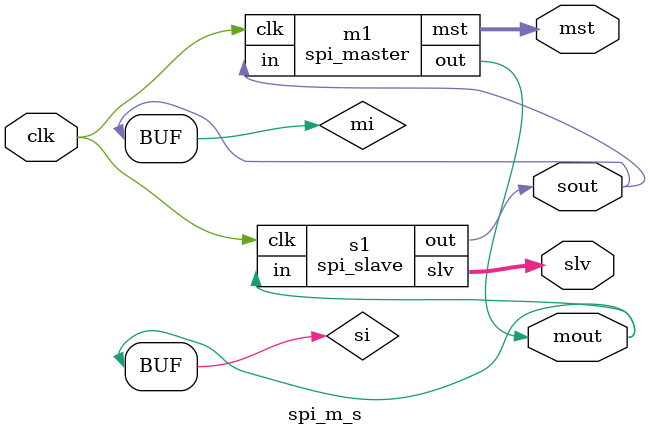
<source format=v>
module spi_master(out,mst,in,clk);
  input in,clk;
  output  out;
  output reg [0:3]mst=4'b1101;
  assign out = mst[3]; 
  always @ (posedge clk)
        begin
        mst <= mst>>1;
        mst[0] <= in;  
        end
 endmodule 
module spi_slave(out,slv,in,clk);
  input in,clk;
  output out;
  output reg [3:0]slv=4'b0001;
   assign out=slv[3];
  always @ (posedge clk)
  begin
        slv <= slv<<1;
        slv[0] <= in;
          end
endmodule 
module spi_m_s(mout,sout,slv,mst,clk);
  input clk;
  output mout,sout;
  output [3:0]slv,mst;
  wire si,mi;
  assign mi = sout;
  assign si = mout;
 spi_master m1(.out(mout),.mst(mst),.in(mi),.clk(clk));
 spi_slave s1(.out(sout),.slv(slv),.in(si),.clk(clk));
 endmodule
  
        
        

</source>
